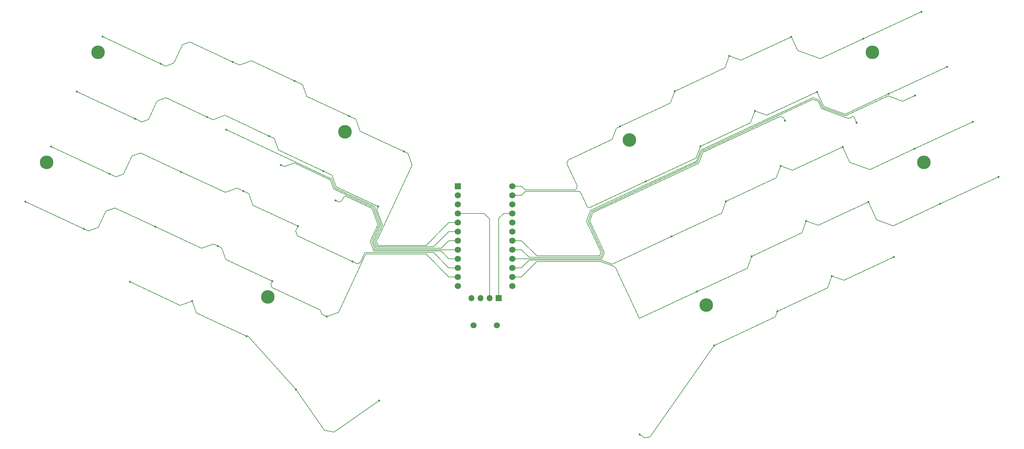
<source format=gtl>
%TF.GenerationSoftware,KiCad,Pcbnew,8.0.7*%
%TF.CreationDate,2024-12-17T03:41:54-05:00*%
%TF.ProjectId,choc,63686f63-2e6b-4696-9361-645f70636258,v1.0.0*%
%TF.SameCoordinates,Original*%
%TF.FileFunction,Copper,L1,Top*%
%TF.FilePolarity,Positive*%
%FSLAX46Y46*%
G04 Gerber Fmt 4.6, Leading zero omitted, Abs format (unit mm)*
G04 Created by KiCad (PCBNEW 8.0.7) date 2024-12-17 03:41:54*
%MOMM*%
%LPD*%
G01*
G04 APERTURE LIST*
%TA.AperFunction,ComponentPad*%
%ADD10C,0.600000*%
%TD*%
%TA.AperFunction,ComponentPad*%
%ADD11C,3.800000*%
%TD*%
%TA.AperFunction,ComponentPad*%
%ADD12R,1.700000X1.700000*%
%TD*%
%TA.AperFunction,ComponentPad*%
%ADD13O,1.700000X1.700000*%
%TD*%
%TA.AperFunction,ComponentPad*%
%ADD14R,1.752600X1.752600*%
%TD*%
%TA.AperFunction,ComponentPad*%
%ADD15C,1.752600*%
%TD*%
%TA.AperFunction,ComponentPad*%
%ADD16C,1.700000*%
%TD*%
%TA.AperFunction,Conductor*%
%ADD17C,0.200000*%
%TD*%
G04 APERTURE END LIST*
D10*
%TO.P,REF\u002A\u002A,1*%
%TO.N,P9*%
X274939567Y-179676512D03*
%TD*%
%TO.P,REF\u002A\u002A,1*%
%TO.N,P21*%
X140235069Y-100248779D03*
%TD*%
%TO.P,REF\u002A\u002A,1*%
%TO.N,P8*%
X300717610Y-144817497D03*
%TD*%
%TO.P,REF\u002A\u002A,1*%
%TO.N,P18*%
X153730617Y-129161100D03*
%TD*%
%TO.P,REF\u002A\u002A,1*%
%TO.N,P10*%
X111497027Y-161877708D03*
%TD*%
%TO.P,REF\u002A\u002A,1*%
%TO.N,P7*%
X347333834Y-117011421D03*
%TD*%
D11*
%TO.P,H8,*%
%TO.N,*%
X251208949Y-122113582D03*
%TD*%
D10*
%TO.P,REF\u002A\u002A,1*%
%TO.N,P16*%
X118681534Y-146470471D03*
%TD*%
D11*
%TO.P,H7,*%
%TO.N,*%
X319210129Y-97576074D03*
%TD*%
D10*
%TO.P,REF\u002A\u002A,1*%
%TO.N,P20*%
X165677635Y-130870266D03*
%TD*%
%TO.P,REF\u002A\u002A,1*%
%TO.N,P14*%
X158493129Y-146277503D03*
%TD*%
%TO.P,REF\u002A\u002A,1*%
%TO.N,P14*%
X143236132Y-136404603D03*
%TD*%
%TO.P,REF\u002A\u002A,1*%
%TO.N,P1*%
X316651267Y-93804083D03*
%TD*%
%TO.P,REF\u002A\u002A,1*%
%TO.N,P7*%
X331020289Y-124618547D03*
%TD*%
%TO.P,REF\u002A\u002A,1*%
%TO.N,P21*%
X188119145Y-125335928D03*
%TD*%
%TO.P,REF\u002A\u002A,1*%
%TO.N,P8*%
X270203623Y-164563299D03*
%TD*%
%TO.P,REF\u002A\u002A,1*%
%TO.N,P1*%
X248650084Y-118341603D03*
%TD*%
%TO.P,REF\u002A\u002A,1*%
%TO.N,P9*%
X292645129Y-170097631D03*
%TD*%
%TO.P,REF\u002A\u002A,1*%
%TO.N,P0*%
X255834605Y-133748836D03*
%TD*%
%TO.P,REF\u002A\u002A,1*%
%TO.N,P19*%
X138473624Y-119288210D03*
%TD*%
%TO.P,REF\u002A\u002A,1*%
%TO.N,P9*%
X254127528Y-204585176D03*
%TD*%
%TO.P,REF\u002A\u002A,1*%
%TO.N,P14*%
X105748940Y-131612884D03*
%TD*%
%TO.P,REF\u002A\u002A,1*%
%TO.N,P8*%
X318087691Y-139476142D03*
%TD*%
%TO.P,REF\u002A\u002A,1*%
%TO.N,P1*%
X263907087Y-108468700D03*
%TD*%
%TO.P,REF\u002A\u002A,1*%
%TO.N,P10*%
X157904387Y-191975556D03*
%TD*%
%TO.P,REF\u002A\u002A,1*%
%TO.N,P7*%
X278276105Y-139283165D03*
%TD*%
%TO.P,REF\u002A\u002A,1*%
%TO.N,P1*%
X279164081Y-98595800D03*
%TD*%
%TO.P,REF\u002A\u002A,1*%
%TO.N,P6*%
X294729983Y-116714999D03*
%TD*%
%TO.P,REF\u002A\u002A,1*%
%TO.N,P7*%
X293533096Y-129410264D03*
%TD*%
%TO.P,REF\u002A\u002A,1*%
%TO.N,P8*%
X354518340Y-132418651D03*
%TD*%
%TO.P,REF\u002A\u002A,1*%
%TO.N,P20*%
X150420642Y-120997370D03*
%TD*%
%TO.P,REF\u002A\u002A,1*%
%TO.N,P21*%
X157605158Y-105590134D03*
%TD*%
%TO.P,REF\u002A\u002A,1*%
%TO.N,P21*%
X103804427Y-93191291D03*
%TD*%
D11*
%TO.P,H2,*%
%TO.N,*%
X102559716Y-97576077D03*
%TD*%
D10*
%TO.P,REF\u002A\u002A,1*%
%TO.N,P0*%
X271091590Y-123875934D03*
%TD*%
%TO.P,REF\u002A\u002A,1*%
%TO.N,P0*%
X323835779Y-109211315D03*
%TD*%
%TO.P,REF\u002A\u002A,1*%
%TO.N,P16*%
X136051628Y-151811836D03*
%TD*%
%TO.P,REF\u002A\u002A,1*%
%TO.N,P7*%
X310903184Y-124068905D03*
%TD*%
%TO.P,REF\u002A\u002A,1*%
%TO.N,P16*%
X82250894Y-139412986D03*
%TD*%
D11*
%TO.P,H3,*%
%TO.N,*%
X88190698Y-128390536D03*
%TD*%
D10*
%TO.P,REF\u002A\u002A,1*%
%TO.N,P16*%
X151308617Y-161684729D03*
%TD*%
%TO.P,REF\u002A\u002A,1*%
%TO.N,P15*%
X168987614Y-139034006D03*
%TD*%
%TO.P,REF\u002A\u002A,1*%
%TO.N,P9*%
X307902120Y-160224732D03*
%TD*%
%TO.P,REF\u002A\u002A,1*%
%TO.N,P1*%
X296534166Y-93254445D03*
%TD*%
%TO.P,REF\u002A\u002A,1*%
%TO.N,P1*%
X332964811Y-86196957D03*
%TD*%
%TO.P,REF\u002A\u002A,1*%
%TO.N,P8*%
X285460612Y-154690398D03*
%TD*%
%TO.P,REF\u002A\u002A,1*%
%TO.N,P21*%
X172862149Y-115463038D03*
%TD*%
D12*
%TO.P,OLED1,1*%
%TO.N,GND*%
X214684919Y-166427996D03*
D13*
%TO.P,OLED1,2*%
%TO.N,VCC*%
X212144922Y-166427995D03*
%TO.P,OLED1,3*%
%TO.N,P3*%
X209604921Y-166427997D03*
%TO.P,OLED1,4*%
%TO.N,P2*%
X207064921Y-166427995D03*
%TD*%
D10*
%TO.P,REF\u002A\u002A,1*%
%TO.N,P10*%
X181199278Y-195092487D03*
%TD*%
%TO.P,REF\u002A\u002A,1*%
%TO.N,P20*%
X112933450Y-116205649D03*
%TD*%
%TO.P,REF\u002A\u002A,1*%
%TO.N,P16*%
X166565615Y-171557628D03*
%TD*%
%TO.P,REF\u002A\u002A,1*%
%TO.N,P5*%
X314847090Y-117264638D03*
%TD*%
%TO.P,REF\u002A\u002A,1*%
%TO.N,P20*%
X180934634Y-140743163D03*
%TD*%
%TO.P,REF\u002A\u002A,1*%
%TO.N,P16*%
X98564431Y-147020115D03*
%TD*%
D11*
%TO.P,H1,*%
%TO.N,*%
X171617436Y-119847816D03*
%TD*%
D14*
%TO.P,MCU1,1*%
%TO.N,RAW*%
X203264915Y-135058001D03*
D15*
%TO.P,MCU1,2*%
%TO.N,GND*%
X203264916Y-137598002D03*
%TO.P,MCU1,3*%
%TO.N,RST*%
X203264915Y-140138002D03*
%TO.P,MCU1,4*%
%TO.N,VCC*%
X203264913Y-142678002D03*
%TO.P,MCU1,5*%
%TO.N,P21*%
X203264916Y-145218003D03*
%TO.P,MCU1,6*%
%TO.N,P20*%
X203264912Y-147758003D03*
%TO.P,MCU1,7*%
%TO.N,P19*%
X203264915Y-150298002D03*
%TO.P,MCU1,8*%
%TO.N,P18*%
X203264917Y-152838001D03*
%TO.P,MCU1,9*%
%TO.N,P15*%
X203264915Y-155378003D03*
%TO.P,MCU1,10*%
%TO.N,P14*%
X203264915Y-157918002D03*
%TO.P,MCU1,11*%
%TO.N,P16*%
X203264913Y-160458002D03*
%TO.P,MCU1,12*%
%TO.N,P10*%
X203264915Y-162998003D03*
%TO.P,MCU1,13*%
%TO.N,P1*%
X218504915Y-135058001D03*
%TO.P,MCU1,14*%
%TO.N,P0*%
X218504917Y-137598002D03*
%TO.P,MCU1,15*%
%TO.N,GND*%
X218504915Y-140138002D03*
%TO.P,MCU1,16*%
X218504915Y-142678001D03*
%TO.P,MCU1,17*%
%TO.N,P2*%
X218504913Y-145218003D03*
%TO.P,MCU1,18*%
%TO.N,P3*%
X218504915Y-147758002D03*
%TO.P,MCU1,19*%
%TO.N,P4*%
X218504918Y-150298001D03*
%TO.P,MCU1,20*%
%TO.N,P5*%
X218504914Y-152838001D03*
%TO.P,MCU1,21*%
%TO.N,P6*%
X218504917Y-155378002D03*
%TO.P,MCU1,22*%
%TO.N,P7*%
X218504915Y-157918002D03*
%TO.P,MCU1,23*%
%TO.N,P8*%
X218504914Y-160458002D03*
%TO.P,MCU1,24*%
%TO.N,P9*%
X218504915Y-162998003D03*
%TD*%
D10*
%TO.P,REF\u002A\u002A,1*%
%TO.N,P14*%
X173750122Y-156150393D03*
%TD*%
%TO.P,REF\u002A\u002A,1*%
%TO.N,P14*%
X89435399Y-124005756D03*
%TD*%
%TO.P,REF\u002A\u002A,1*%
%TO.N,P0*%
X286348592Y-114003032D03*
%TD*%
%TO.P,REF\u002A\u002A,1*%
%TO.N,P10*%
X144124108Y-177091968D03*
%TD*%
%TO.P,REF\u002A\u002A,1*%
%TO.N,P10*%
X128867112Y-167219061D03*
%TD*%
%TO.P,REF\u002A\u002A,1*%
%TO.N,P7*%
X263019108Y-149156065D03*
%TD*%
%TO.P,REF\u002A\u002A,1*%
%TO.N,P0*%
X303718669Y-108661679D03*
%TD*%
D11*
%TO.P,H5,*%
%TO.N,*%
X272762472Y-168335281D03*
%TD*%
D16*
%TO.P,RST1,1*%
%TO.N,RST*%
X207634924Y-174028002D03*
%TO.P,RST1,2*%
%TO.N,GND*%
X214134924Y-174027998D03*
%TD*%
D10*
%TO.P,REF\u002A\u002A,1*%
%TO.N,P20*%
X96619914Y-108598518D03*
%TD*%
D11*
%TO.P,H4,*%
%TO.N,*%
X150063909Y-166069519D03*
%TD*%
D10*
%TO.P,REF\u002A\u002A,1*%
%TO.N,P9*%
X325272204Y-154883376D03*
%TD*%
%TO.P,REF\u002A\u002A,1*%
%TO.N,P20*%
X133050553Y-115656007D03*
%TD*%
D11*
%TO.P,H6,*%
%TO.N,*%
X333579144Y-128390538D03*
%TD*%
D10*
%TO.P,REF\u002A\u002A,1*%
%TO.N,P8*%
X338204797Y-140025786D03*
%TD*%
%TO.P,REF\u002A\u002A,1*%
%TO.N,P14*%
X125866047Y-131063241D03*
%TD*%
%TO.P,REF\u002A\u002A,1*%
%TO.N,P0*%
X340149319Y-101604189D03*
%TD*%
%TO.P,REF\u002A\u002A,1*%
%TO.N,P21*%
X120117962Y-100798420D03*
%TD*%
%TO.P,REF\u002A\u002A,1*%
%TO.N,P4*%
X331160629Y-109657509D03*
%TD*%
D17*
%TO.N,GND*%
X214684919Y-144053668D02*
X214684919Y-166427996D01*
X216060586Y-142678001D02*
X214684919Y-144053668D01*
X218504915Y-142678001D02*
X216060586Y-142678001D01*
%TO.N,VCC*%
X210634461Y-142678002D02*
X212144922Y-144188463D01*
X203264913Y-142678002D02*
X210634461Y-142678002D01*
X212144922Y-144188463D02*
X212144922Y-166427995D01*
%TO.N,P8*%
X247283991Y-157675494D02*
X254015762Y-172111822D01*
X245791613Y-157132312D02*
X247283991Y-157675494D01*
X254015762Y-172111822D02*
X270203623Y-164563299D01*
X243169667Y-156178002D02*
X245791613Y-157132312D01*
X242442248Y-156178002D02*
X243169667Y-156178002D01*
X242442247Y-156178003D02*
X242442248Y-156178002D01*
X225324914Y-156178003D02*
X242442247Y-156178003D01*
X221044915Y-160458002D02*
X225324914Y-156178003D01*
%TO.N,P7*%
X246552996Y-156834340D02*
X263019108Y-149156065D01*
X243240200Y-155778002D02*
X246373030Y-156918259D01*
X242034094Y-155778003D02*
X243240200Y-155778002D01*
X246373030Y-156918259D02*
X246552996Y-156834340D01*
X223184915Y-155778003D02*
X242034094Y-155778003D01*
X221044915Y-157918003D02*
X223184915Y-155778003D01*
%TO.N,P4*%
X243283868Y-153519680D02*
X241335598Y-149341601D01*
X242898670Y-154578002D02*
X243283868Y-153519680D01*
X242810820Y-154578003D02*
X242898670Y-154578002D01*
X221044915Y-150298001D02*
X225324917Y-154578003D01*
X225324917Y-154578003D02*
X242810820Y-154578003D01*
%TO.N,P5*%
X242528534Y-141308357D02*
X270313827Y-128351863D01*
X242528531Y-141308365D02*
X242528534Y-141308357D01*
X240658053Y-142180583D02*
X242528531Y-141308365D01*
X242725929Y-151376695D02*
X239684719Y-144854799D01*
X239684719Y-144854799D02*
X240658053Y-142180583D01*
X243775000Y-153626435D02*
X242725929Y-151376695D01*
X243283069Y-154978003D02*
X243340239Y-154820931D01*
X221048460Y-152838001D02*
X223188462Y-154978003D01*
X223188462Y-154978003D02*
X243283069Y-154978003D01*
X221044914Y-152838001D02*
X221048460Y-152838001D01*
X243340239Y-154820931D02*
X243775000Y-153626435D01*
%TO.N,P4*%
X241335598Y-149341601D02*
X239252174Y-144873683D01*
X241351658Y-149376041D02*
X241335598Y-149341601D01*
X239252174Y-144873683D02*
X240338844Y-141888082D01*
X240338844Y-141888082D02*
X240869372Y-141640693D01*
X240869372Y-141640693D02*
X269994615Y-128059363D01*
%TO.N,P6*%
X244207545Y-153607550D02*
X243563153Y-155378003D01*
X240977263Y-142473082D02*
X240117263Y-144835913D01*
X218504917Y-155378003D02*
X243563153Y-155378003D01*
X240117263Y-144835913D02*
X244207545Y-153607550D01*
X252857955Y-136933020D02*
X240977263Y-142473082D01*
%TO.N,P0*%
X239433736Y-140877464D02*
X237405549Y-136528001D01*
X240059093Y-141105075D02*
X239433736Y-140877464D01*
X255834605Y-133748836D02*
X240059093Y-141105075D01*
%TO.N,P1*%
X236648096Y-134992198D02*
X236234697Y-136128002D01*
X233722549Y-128718343D02*
X236648096Y-134992198D01*
X234091121Y-127705701D02*
X233722549Y-128718343D01*
X246432218Y-121950952D02*
X234091121Y-127705701D01*
X236234697Y-136128002D02*
X222114915Y-136128002D01*
%TO.N,P0*%
X222114915Y-136528001D02*
X237405549Y-136528001D01*
X221044914Y-137598002D02*
X222114915Y-136528001D01*
%TO.N,P1*%
X222114915Y-136128002D02*
X221044915Y-135058002D01*
%TO.N,P0*%
X218504918Y-137598002D02*
X221044914Y-137598002D01*
%TO.N,P1*%
X218504916Y-135058002D02*
X221044915Y-135058002D01*
%TO.N,P4*%
X218504918Y-150298002D02*
X221044915Y-150298001D01*
%TO.N,P5*%
X218504914Y-152838002D02*
X221044914Y-152838001D01*
%TO.N,P8*%
X218504915Y-160458002D02*
X221044915Y-160458002D01*
%TO.N,P7*%
X218504916Y-157918003D02*
X221044915Y-157918003D01*
%TO.N,P9*%
X256993232Y-205306530D02*
X274939567Y-179676512D01*
X255526967Y-205565076D02*
X256993232Y-205306530D01*
X254127528Y-204585176D02*
X255526967Y-205565076D01*
%TO.N,P6*%
X270633035Y-128644364D02*
X252857955Y-136933020D01*
X271611872Y-125955042D02*
X270633035Y-128644364D01*
X293362684Y-115523041D02*
X276983888Y-123160592D01*
X276983888Y-123160592D02*
X271738753Y-125606446D01*
X294324826Y-115873232D02*
X293362684Y-115523041D01*
X271738753Y-125606446D02*
X271611872Y-125955042D01*
X294340043Y-115878766D02*
X294324826Y-115873232D01*
X294729983Y-116714999D02*
X294340043Y-115878766D01*
%TO.N,P5*%
X271419542Y-125313941D02*
X270313828Y-128351865D01*
X301216272Y-111419500D02*
X271419542Y-125313941D01*
X305025020Y-113356118D02*
X304040684Y-111245203D01*
X304040684Y-111245203D02*
X302664336Y-110744256D01*
X312511100Y-116080825D02*
X305025020Y-113356118D01*
X313766674Y-115495343D02*
X312511100Y-116080825D01*
X314847090Y-117264638D02*
X314074259Y-115607297D01*
X314074259Y-115607297D02*
X313766674Y-115495343D01*
X302664336Y-110744256D02*
X301216272Y-111419500D01*
%TO.N,P4*%
X327717997Y-111262835D02*
X331160629Y-109657509D01*
X323630051Y-109774947D02*
X327717997Y-111262835D01*
X304333187Y-110925993D02*
X305317521Y-113036906D01*
X305317521Y-113036906D02*
X311673599Y-115350329D01*
X311673599Y-115350329D02*
X323630051Y-109774947D01*
X302645453Y-110311711D02*
X304333187Y-110925993D01*
X271100330Y-125021444D02*
X302645453Y-110311711D01*
X269994615Y-128059363D02*
X271100330Y-125021444D01*
%TO.N,P9*%
X292065323Y-171690643D02*
X292645129Y-170097631D01*
X274939567Y-179676512D02*
X292065323Y-171690643D01*
X306692897Y-163547053D02*
X307902120Y-160224732D01*
X292645129Y-170097631D02*
X306692897Y-163547053D01*
X311224440Y-161433958D02*
X307902120Y-160224732D01*
X325272204Y-154883376D02*
X311224440Y-161433958D01*
%TO.N,P8*%
X284251388Y-158012712D02*
X285460612Y-154690398D01*
X270203623Y-164563299D02*
X284251388Y-158012712D01*
X300717610Y-144817497D02*
X299508388Y-148139817D01*
X299508388Y-148139817D02*
X285460612Y-154690398D01*
X304039933Y-146026725D02*
X300717610Y-144817497D01*
X318087691Y-139476142D02*
X304039933Y-146026725D01*
X320423642Y-144485600D02*
X318087691Y-139476142D01*
X338204797Y-140025786D02*
X325038578Y-146165301D01*
X325038578Y-146165301D02*
X320423642Y-144485600D01*
X338204805Y-140025779D02*
X338204797Y-140025786D01*
X354518340Y-132418651D02*
X338204805Y-140025779D01*
%TO.N,P7*%
X277066882Y-142605478D02*
X263019108Y-149156065D01*
X278276105Y-139283165D02*
X277066882Y-142605478D01*
X293533096Y-129410264D02*
X292323874Y-132732588D01*
X292323874Y-132732588D02*
X278276105Y-139283165D01*
X296855411Y-130619490D02*
X310903184Y-124068905D01*
X293533096Y-129410264D02*
X296855411Y-130619490D01*
X312909491Y-128371450D02*
X310903184Y-124068905D01*
X318560982Y-130428426D02*
X312909491Y-128371450D01*
X331020289Y-124618547D02*
X318560982Y-130428426D01*
X347333834Y-117011421D02*
X331020289Y-124618547D01*
%TO.N,P0*%
X324053904Y-109109603D02*
X340149319Y-101604189D01*
X323835779Y-109211315D02*
X324053900Y-109109604D01*
X324053900Y-109109604D02*
X324053904Y-109109603D01*
X305610022Y-112717699D02*
X303718669Y-108661679D01*
X311622986Y-114906238D02*
X305610022Y-112717699D01*
X323835779Y-109211315D02*
X311622986Y-114906238D01*
X289670910Y-115212262D02*
X303718669Y-108661679D01*
X286348592Y-114003032D02*
X289670910Y-115212262D01*
X285139372Y-117325349D02*
X271091590Y-123875934D01*
X286348592Y-114003032D02*
X285139372Y-117325349D01*
X255834605Y-133748836D02*
X269882365Y-127198254D01*
X269882365Y-127198254D02*
X271091590Y-123875934D01*
%TO.N,P1*%
X248650084Y-118341603D02*
X247561090Y-118849409D01*
X247561090Y-118849409D02*
X246432218Y-121950952D01*
X262697863Y-111791014D02*
X263907087Y-108468700D01*
X248650084Y-118341603D02*
X262697863Y-111791014D01*
X277954856Y-101918118D02*
X263907087Y-108468700D01*
X279164081Y-98595800D02*
X277954856Y-101918118D01*
X279164081Y-98595800D02*
X282486395Y-99805031D01*
X282486395Y-99805031D02*
X296534166Y-93254445D01*
X304684989Y-99384050D02*
X298310574Y-97063956D01*
X316651267Y-93804083D02*
X304684989Y-99384050D01*
X298310574Y-97063956D02*
X296534166Y-93254445D01*
X316651269Y-93804084D02*
X316651267Y-93804083D01*
X332964811Y-86196957D02*
X316651269Y-93804084D01*
%TO.N,P19*%
X198584918Y-152437999D02*
X182041802Y-152438005D01*
X200724915Y-150297995D02*
X198780277Y-152242643D01*
X179916671Y-149775081D02*
X180230550Y-149101962D01*
X167944380Y-133030645D02*
X138473624Y-119288210D01*
X203264918Y-150298004D02*
X200724915Y-150297995D01*
X181688446Y-152438004D02*
X180280934Y-152438004D01*
X180135556Y-141462670D02*
X179850273Y-140678869D01*
X182041802Y-152438005D02*
X181688446Y-152438004D01*
X179576904Y-150503705D02*
X179874563Y-149865379D01*
X180280934Y-152438004D02*
X180050462Y-151804795D01*
X168863385Y-135555600D02*
X167944380Y-133030645D01*
X181738791Y-145867531D02*
X180135556Y-141462670D01*
X198780277Y-152242643D02*
X198584918Y-152437999D01*
X198780277Y-152242643D02*
X198610560Y-152412359D01*
X179874563Y-149865379D02*
X179916671Y-149775081D01*
X180230550Y-149101962D02*
X181738791Y-145867531D01*
X179850273Y-140678869D02*
X179786289Y-140649032D01*
X180050462Y-151804795D02*
X179718749Y-150893415D01*
X179718750Y-150893412D02*
X179576904Y-150503705D01*
X179786289Y-140649032D02*
X168863385Y-135555600D01*
%TO.N,P18*%
X179167702Y-150434761D02*
X179144359Y-150484820D01*
X154707679Y-129616714D02*
X157498422Y-128600968D01*
X157498422Y-128600968D02*
X167625172Y-133323149D01*
X167625172Y-133323149D02*
X168544178Y-135848104D01*
X153730617Y-129161100D02*
X154707679Y-129616714D01*
X180001729Y-152837998D02*
X180001080Y-152838655D01*
X179144359Y-150484820D02*
X180001080Y-152838655D01*
X203264917Y-152838002D02*
X181522758Y-152838001D01*
X168544178Y-135848104D02*
X179531065Y-140971373D01*
X181306243Y-145848639D02*
X179167702Y-150434761D01*
X179531065Y-140971373D02*
X181306243Y-145848639D01*
X181522758Y-152838001D02*
X180001729Y-152837998D01*
%TO.N,P15*%
X197231000Y-153238000D02*
X182016402Y-153238001D01*
X169916637Y-139467211D02*
X170822168Y-139137621D01*
X200724917Y-155378000D02*
X198584912Y-153238001D01*
X179020221Y-151313278D02*
X179522250Y-152692574D01*
X178948347Y-149958692D02*
X178711816Y-150465934D01*
X182015748Y-153238652D02*
X179724140Y-153238645D01*
X170822168Y-139137621D02*
X171326687Y-138055674D01*
X171326687Y-138055674D02*
X171891224Y-137850207D01*
X203264912Y-155378002D02*
X200724917Y-155378000D01*
X179522250Y-152692574D02*
X179719207Y-153233719D01*
X182016402Y-153238001D02*
X182015748Y-153238652D01*
X179724140Y-153238645D02*
X179719207Y-153233719D01*
X180868786Y-145840295D02*
X178948347Y-149958692D01*
X171891224Y-137850207D02*
X179201311Y-141258958D01*
X179201311Y-141258958D02*
X180868786Y-145840295D01*
X168987614Y-139034006D02*
X169916637Y-139467211D01*
X198584912Y-153238001D02*
X197231000Y-153238000D01*
X178711816Y-150465934D02*
X179020221Y-151313278D01*
%TO.N,P16*%
X165140050Y-170892874D02*
X166565615Y-171557628D01*
X107269369Y-141148892D02*
X118681534Y-146470471D01*
X177106741Y-154854517D02*
X177487187Y-154038652D01*
X134878010Y-151264571D02*
X136051628Y-151811836D01*
X182396751Y-154038650D02*
X182397401Y-154038002D01*
X136051628Y-151811836D02*
X137077080Y-152290012D01*
X169880572Y-170351078D02*
X177106741Y-154854517D01*
X194304919Y-154038000D02*
X200724916Y-160458004D01*
X99821002Y-147606062D02*
X102673936Y-146567674D01*
X138286300Y-155612320D02*
X151308617Y-161684729D01*
X151270984Y-163455540D02*
X164714793Y-169724487D01*
X82250894Y-139412986D02*
X98564431Y-147020115D01*
X118681534Y-146470471D02*
X131555703Y-152473795D01*
X150925499Y-162506331D02*
X151270984Y-163455540D01*
X182397401Y-154038002D02*
X193217802Y-154038004D01*
X193217802Y-154038004D02*
X194304919Y-154038000D01*
X104777895Y-142055713D02*
X107269369Y-141148892D01*
X151308617Y-161684729D02*
X150925499Y-162506331D01*
X98564431Y-147020115D02*
X99821002Y-147606062D01*
X131555703Y-152473795D02*
X134878010Y-151264571D01*
X164714793Y-169724487D02*
X165140050Y-170892874D01*
X177487187Y-154038652D02*
X182396751Y-154038650D01*
X203264918Y-160458000D02*
X200724916Y-160458004D01*
X166565615Y-171557628D02*
X169880572Y-170351078D01*
X137077080Y-152290012D02*
X138286300Y-155612320D01*
X102673936Y-146567674D02*
X104777895Y-142055713D01*
%TO.N,P14*%
X157859994Y-147635274D02*
X158493129Y-146277503D01*
X141532693Y-135597032D02*
X138194436Y-136812061D01*
X177253386Y-153638652D02*
X177228055Y-153647865D01*
X112016056Y-126653641D02*
X114483613Y-125755522D01*
X158344584Y-148966680D02*
X157859994Y-147635274D01*
X194919598Y-153638003D02*
X182270400Y-153637997D01*
X173750122Y-156150393D02*
X158344584Y-148966680D01*
X114483613Y-125755522D02*
X125866047Y-131063241D01*
X143236132Y-136404603D02*
X141538497Y-135612982D01*
X175783567Y-156479574D02*
X175037990Y-156750944D01*
X105748940Y-131612884D02*
X105748940Y-131612884D01*
X200724919Y-157918004D02*
X196444917Y-153638002D01*
X107587728Y-132470322D02*
X109654462Y-131718084D01*
X145901487Y-140405918D02*
X158493129Y-146277503D01*
X105748940Y-131612884D02*
X107587728Y-132470322D01*
X175932969Y-156425197D02*
X175783567Y-156479574D01*
X109654462Y-131718084D02*
X112016056Y-126653641D01*
X144692268Y-137083611D02*
X145901487Y-140405918D01*
X177228055Y-153647865D02*
X175932969Y-156425197D01*
X196444917Y-153638002D02*
X194919598Y-153638003D01*
X203264912Y-157918000D02*
X200724919Y-157918004D01*
X141538497Y-135612982D02*
X141532693Y-135597032D01*
X143236132Y-136404603D02*
X144692268Y-137083611D01*
X182270400Y-153637997D02*
X182269747Y-153638650D01*
X175037990Y-156750944D02*
X173750122Y-156150393D01*
X138194436Y-136812061D02*
X125866047Y-131063241D01*
X89435399Y-124005756D02*
X105748940Y-131612884D01*
X182269747Y-153638650D02*
X177253386Y-153638652D01*
%TO.N,P20*%
X114637916Y-117000458D02*
X114675544Y-117103846D01*
X180319853Y-151375419D02*
X180561015Y-152037997D01*
X167973371Y-131940788D02*
X169182598Y-135263094D01*
X112933449Y-116205649D02*
X112933450Y-116205649D01*
X96619914Y-108598518D02*
X112933449Y-116205649D01*
X196444918Y-152038004D02*
X193141598Y-152037998D01*
X134704266Y-116427147D02*
X138026584Y-115217920D01*
X182016428Y-145460816D02*
X182171334Y-145886414D01*
X200724919Y-147757998D02*
X196444918Y-152038004D01*
X150420642Y-120997370D02*
X151801007Y-121641045D01*
X180397880Y-149689614D02*
X180009448Y-150522593D01*
X119093071Y-111176420D02*
X121536702Y-110287011D01*
X112933450Y-116205649D02*
X114637916Y-117000458D01*
X182031295Y-146186736D02*
X180540381Y-149384009D01*
X203264918Y-147758003D02*
X200724919Y-147757998D01*
X180577839Y-141508307D02*
X181002860Y-142676054D01*
X114675544Y-117103846D02*
X116667077Y-116378986D01*
X153010233Y-124963356D02*
X165677635Y-130870266D01*
X121536702Y-110287011D02*
X133050553Y-115656007D01*
X165677635Y-130870266D02*
X167973371Y-131940788D01*
X181002860Y-142676054D02*
X182016428Y-145460816D01*
X180540381Y-149384009D02*
X180397880Y-149689614D01*
X151801007Y-121641045D02*
X153010233Y-124963356D01*
X133050553Y-115656007D02*
X134704266Y-116427147D01*
X182171334Y-145886414D02*
X182031295Y-146186736D01*
X169182598Y-135263094D02*
X180934634Y-140743163D01*
X116667077Y-116378986D02*
X119093071Y-111176420D01*
X180934634Y-140743163D02*
X180577839Y-141508307D01*
X193141598Y-152037998D02*
X180561017Y-152037995D01*
X138026584Y-115217920D02*
X150420642Y-120997370D01*
X180561017Y-152037995D02*
X180561015Y-152037997D01*
X180009448Y-150522593D02*
X180319853Y-151375419D01*
X180561015Y-152037997D02*
X180624123Y-152037994D01*
%TO.N,P21*%
X200724915Y-145218002D02*
X194304918Y-151638001D01*
X194304918Y-151638001D02*
X191008000Y-151638000D01*
X128336575Y-94700417D02*
X126220661Y-95470550D01*
X180583104Y-150929158D02*
X180442000Y-150541478D01*
X172862149Y-115463038D02*
X174690774Y-116315736D01*
X121486733Y-101436687D02*
X120117962Y-100798420D01*
X103804427Y-93191291D02*
X120117962Y-100798420D01*
X123837601Y-100581041D02*
X121486733Y-101436687D01*
X140235069Y-100248779D02*
X142194742Y-101162591D01*
X191008000Y-151638000D02*
X180841101Y-151638003D01*
X145517064Y-99953365D02*
X157605158Y-105590134D01*
X157605158Y-105590134D02*
X159807537Y-106617128D01*
X142194742Y-101162591D02*
X145517064Y-99953365D01*
X188119145Y-125335928D02*
X189228702Y-125853332D01*
X175899999Y-119638050D02*
X188119145Y-125335928D01*
X180442000Y-150541478D02*
X180830427Y-149708498D01*
X126220661Y-95470550D02*
X123837601Y-100581041D01*
X180830427Y-149708498D02*
X181096125Y-149138695D01*
X181096125Y-149138695D02*
X180848257Y-149670261D01*
X159807537Y-106617128D02*
X161016766Y-109939442D01*
X140235069Y-100248779D02*
X128336575Y-94700417D01*
X180841101Y-151638003D02*
X180583104Y-150929158D01*
X161016766Y-109939442D02*
X172862149Y-115463038D01*
X203264921Y-145218005D02*
X200724915Y-145218002D01*
X174690774Y-116315736D02*
X175899999Y-119638050D01*
X189228702Y-125853332D02*
X190423517Y-129136045D01*
X190423517Y-129136045D02*
X181096125Y-149138695D01*
%TO.N,P10*%
X130076342Y-170541383D02*
X128867112Y-167219061D01*
X144124108Y-177091968D02*
X130076342Y-170541383D01*
X168623306Y-203898277D02*
X181199278Y-195092487D01*
X157904387Y-191975556D02*
X144521908Y-177112815D01*
X125544799Y-168428287D02*
X128867112Y-167219061D01*
X165918861Y-203421408D02*
X168623306Y-203898277D01*
X111497027Y-161877708D02*
X125544799Y-168428287D01*
X144521908Y-177112815D02*
X144124108Y-177091968D01*
X157904387Y-191975556D02*
X165918861Y-203421408D01*
%TD*%
M02*

</source>
